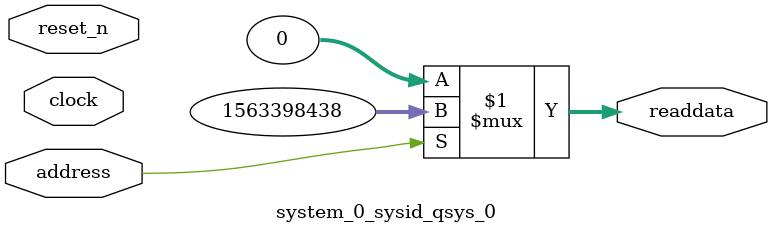
<source format=v>

`timescale 1ns / 1ps
// synthesis translate_on

// turn off superfluous verilog processor warnings 
// altera message_level Level1 
// altera message_off 10034 10035 10036 10037 10230 10240 10030 

module system_0_sysid_qsys_0 (
               // inputs:
                address,
                clock,
                reset_n,

               // outputs:
                readdata
             )
;

  output  [ 31: 0] readdata;
  input            address;
  input            clock;
  input            reset_n;

  wire    [ 31: 0] readdata;
  //control_slave, which is an e_avalon_slave
  assign readdata = address ? 1563398438 : 0;

endmodule




</source>
